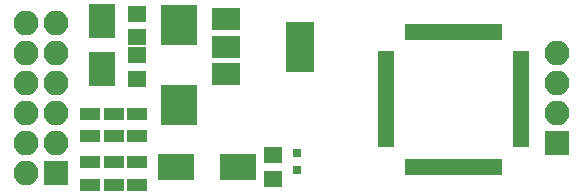
<source format=gbr>
%TF.GenerationSoftware,KiCad,Pcbnew,4.0.7-e2-6376~58~ubuntu16.04.1*%
%TF.CreationDate,2017-12-06T16:05:08+02:00*%
%TF.ProjectId,ecu_emu,6563755F656D752E6B696361645F7063,rev?*%
%TF.FileFunction,Soldermask,Top*%
%FSLAX46Y46*%
G04 Gerber Fmt 4.6, Leading zero omitted, Abs format (unit mm)*
G04 Created by KiCad (PCBNEW 4.0.7-e2-6376~58~ubuntu16.04.1) date Wed Dec  6 16:05:08 2017*
%MOMM*%
%LPD*%
G01*
G04 APERTURE LIST*
%ADD10C,0.100000*%
%ADD11R,1.650000X1.400000*%
%ADD12R,2.200000X2.900000*%
%ADD13R,0.750000X0.750000*%
%ADD14R,2.100000X2.100000*%
%ADD15O,2.100000X2.100000*%
%ADD16R,1.700000X1.100000*%
%ADD17R,2.400000X4.200000*%
%ADD18R,2.400000X1.900000*%
%ADD19R,1.400000X0.650000*%
%ADD20R,0.650000X1.400000*%
%ADD21R,3.100000X3.350000*%
%ADD22R,3.150000X2.200000*%
G04 APERTURE END LIST*
D10*
D11*
X41500000Y-24000000D03*
X41500000Y-22000000D03*
X41500000Y-25500000D03*
X41500000Y-27500000D03*
X53000000Y-34000000D03*
X53000000Y-36000000D03*
D12*
X38500000Y-26653000D03*
X38500000Y-22653000D03*
D13*
X55000000Y-33775000D03*
X55000000Y-35225000D03*
D14*
X34640000Y-35480000D03*
D15*
X32100000Y-35480000D03*
X34640000Y-32940000D03*
X32100000Y-32940000D03*
X34640000Y-30400000D03*
X32100000Y-30400000D03*
X34640000Y-27860000D03*
X32100000Y-27860000D03*
X34640000Y-25320000D03*
X32100000Y-25320000D03*
X34640000Y-22780000D03*
X32100000Y-22780000D03*
D16*
X41500000Y-32400000D03*
X41500000Y-30500000D03*
X37500000Y-32400000D03*
X37500000Y-30500000D03*
X39500000Y-32400000D03*
X39500000Y-30500000D03*
X41500000Y-36500000D03*
X41500000Y-34600000D03*
X37500000Y-36500000D03*
X37500000Y-34600000D03*
X39500000Y-36500000D03*
X39500000Y-34600000D03*
D17*
X55300000Y-24800000D03*
D18*
X49000000Y-24800000D03*
X49000000Y-27100000D03*
X49000000Y-22500000D03*
D19*
X62550000Y-25500000D03*
X62550000Y-26000000D03*
X62550000Y-26500000D03*
X62550000Y-27000000D03*
X62550000Y-27500000D03*
X62550000Y-28000000D03*
X62550000Y-28500000D03*
X62550000Y-29000000D03*
X62550000Y-29500000D03*
X62550000Y-30000000D03*
X62550000Y-30500000D03*
X62550000Y-31000000D03*
X62550000Y-31500000D03*
X62550000Y-32000000D03*
X62550000Y-32500000D03*
X62550000Y-33000000D03*
D20*
X64500000Y-34950000D03*
X65000000Y-34950000D03*
X65500000Y-34950000D03*
X66000000Y-34950000D03*
X66500000Y-34950000D03*
X67000000Y-34950000D03*
X67500000Y-34950000D03*
X68000000Y-34950000D03*
X68500000Y-34950000D03*
X69000000Y-34950000D03*
X69500000Y-34950000D03*
X70000000Y-34950000D03*
X70500000Y-34950000D03*
X71000000Y-34950000D03*
X71500000Y-34950000D03*
X72000000Y-34950000D03*
D19*
X73950000Y-33000000D03*
X73950000Y-32500000D03*
X73950000Y-32000000D03*
X73950000Y-31500000D03*
X73950000Y-31000000D03*
X73950000Y-30500000D03*
X73950000Y-30000000D03*
X73950000Y-29500000D03*
X73950000Y-29000000D03*
X73950000Y-28500000D03*
X73950000Y-28000000D03*
X73950000Y-27500000D03*
X73950000Y-27000000D03*
X73950000Y-26500000D03*
X73950000Y-26000000D03*
X73950000Y-25500000D03*
D20*
X72000000Y-23550000D03*
X71500000Y-23550000D03*
X71000000Y-23550000D03*
X70500000Y-23550000D03*
X70000000Y-23550000D03*
X69500000Y-23550000D03*
X69000000Y-23550000D03*
X68500000Y-23550000D03*
X68000000Y-23550000D03*
X67500000Y-23550000D03*
X67000000Y-23550000D03*
X66500000Y-23550000D03*
X66000000Y-23550000D03*
X65500000Y-23550000D03*
X65000000Y-23550000D03*
X64500000Y-23550000D03*
D21*
X45000000Y-29750000D03*
X45000000Y-23000000D03*
D22*
X50000000Y-35000000D03*
X44750000Y-35000000D03*
D14*
X77000000Y-32940000D03*
D15*
X77000000Y-30400000D03*
X77000000Y-27860000D03*
X77000000Y-25320000D03*
M02*

</source>
